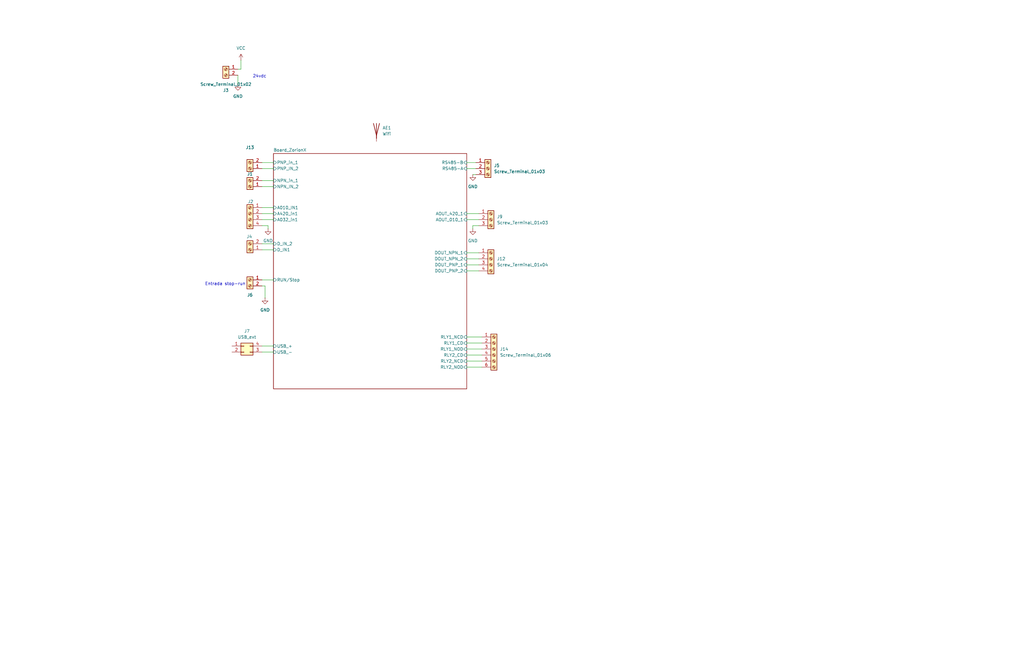
<source format=kicad_sch>
(kicad_sch
	(version 20250114)
	(generator "eeschema")
	(generator_version "9.0")
	(uuid "ae5c9891-8291-492e-8a61-8ac340267b67")
	(paper "B")
	(title_block
		(title "ZorionX-Nivara")
		(date "2025-06-13")
		(rev "1")
		(company "Electia_ITLA")
	)
	(lib_symbols
		(symbol "Connector:Screw_Terminal_01x02"
			(pin_names
				(offset 1.016)
				(hide yes)
			)
			(exclude_from_sim no)
			(in_bom yes)
			(on_board yes)
			(property "Reference" "J"
				(at 0 2.54 0)
				(effects
					(font
						(size 1.27 1.27)
					)
				)
			)
			(property "Value" "Screw_Terminal_01x02"
				(at 0 -5.08 0)
				(effects
					(font
						(size 1.27 1.27)
					)
				)
			)
			(property "Footprint" ""
				(at 0 0 0)
				(effects
					(font
						(size 1.27 1.27)
					)
					(hide yes)
				)
			)
			(property "Datasheet" "~"
				(at 0 0 0)
				(effects
					(font
						(size 1.27 1.27)
					)
					(hide yes)
				)
			)
			(property "Description" "Generic screw terminal, single row, 01x02, script generated (kicad-library-utils/schlib/autogen/connector/)"
				(at 0 0 0)
				(effects
					(font
						(size 1.27 1.27)
					)
					(hide yes)
				)
			)
			(property "ki_keywords" "screw terminal"
				(at 0 0 0)
				(effects
					(font
						(size 1.27 1.27)
					)
					(hide yes)
				)
			)
			(property "ki_fp_filters" "TerminalBlock*:*"
				(at 0 0 0)
				(effects
					(font
						(size 1.27 1.27)
					)
					(hide yes)
				)
			)
			(symbol "Screw_Terminal_01x02_1_1"
				(rectangle
					(start -1.27 1.27)
					(end 1.27 -3.81)
					(stroke
						(width 0.254)
						(type default)
					)
					(fill
						(type background)
					)
				)
				(polyline
					(pts
						(xy -0.5334 0.3302) (xy 0.3302 -0.508)
					)
					(stroke
						(width 0.1524)
						(type default)
					)
					(fill
						(type none)
					)
				)
				(polyline
					(pts
						(xy -0.5334 -2.2098) (xy 0.3302 -3.048)
					)
					(stroke
						(width 0.1524)
						(type default)
					)
					(fill
						(type none)
					)
				)
				(polyline
					(pts
						(xy -0.3556 0.508) (xy 0.508 -0.3302)
					)
					(stroke
						(width 0.1524)
						(type default)
					)
					(fill
						(type none)
					)
				)
				(polyline
					(pts
						(xy -0.3556 -2.032) (xy 0.508 -2.8702)
					)
					(stroke
						(width 0.1524)
						(type default)
					)
					(fill
						(type none)
					)
				)
				(circle
					(center 0 0)
					(radius 0.635)
					(stroke
						(width 0.1524)
						(type default)
					)
					(fill
						(type none)
					)
				)
				(circle
					(center 0 -2.54)
					(radius 0.635)
					(stroke
						(width 0.1524)
						(type default)
					)
					(fill
						(type none)
					)
				)
				(pin passive line
					(at -5.08 0 0)
					(length 3.81)
					(name "Pin_1"
						(effects
							(font
								(size 1.27 1.27)
							)
						)
					)
					(number "1"
						(effects
							(font
								(size 1.27 1.27)
							)
						)
					)
				)
				(pin passive line
					(at -5.08 -2.54 0)
					(length 3.81)
					(name "Pin_2"
						(effects
							(font
								(size 1.27 1.27)
							)
						)
					)
					(number "2"
						(effects
							(font
								(size 1.27 1.27)
							)
						)
					)
				)
			)
			(embedded_fonts no)
		)
		(symbol "Connector:Screw_Terminal_01x03"
			(pin_names
				(offset 1.016)
				(hide yes)
			)
			(exclude_from_sim no)
			(in_bom yes)
			(on_board yes)
			(property "Reference" "J"
				(at 0 5.08 0)
				(effects
					(font
						(size 1.27 1.27)
					)
				)
			)
			(property "Value" "Screw_Terminal_01x03"
				(at 0 -5.08 0)
				(effects
					(font
						(size 1.27 1.27)
					)
				)
			)
			(property "Footprint" ""
				(at 0 0 0)
				(effects
					(font
						(size 1.27 1.27)
					)
					(hide yes)
				)
			)
			(property "Datasheet" "~"
				(at 0 0 0)
				(effects
					(font
						(size 1.27 1.27)
					)
					(hide yes)
				)
			)
			(property "Description" "Generic screw terminal, single row, 01x03, script generated (kicad-library-utils/schlib/autogen/connector/)"
				(at 0 0 0)
				(effects
					(font
						(size 1.27 1.27)
					)
					(hide yes)
				)
			)
			(property "ki_keywords" "screw terminal"
				(at 0 0 0)
				(effects
					(font
						(size 1.27 1.27)
					)
					(hide yes)
				)
			)
			(property "ki_fp_filters" "TerminalBlock*:*"
				(at 0 0 0)
				(effects
					(font
						(size 1.27 1.27)
					)
					(hide yes)
				)
			)
			(symbol "Screw_Terminal_01x03_1_1"
				(rectangle
					(start -1.27 3.81)
					(end 1.27 -3.81)
					(stroke
						(width 0.254)
						(type default)
					)
					(fill
						(type background)
					)
				)
				(polyline
					(pts
						(xy -0.5334 2.8702) (xy 0.3302 2.032)
					)
					(stroke
						(width 0.1524)
						(type default)
					)
					(fill
						(type none)
					)
				)
				(polyline
					(pts
						(xy -0.5334 0.3302) (xy 0.3302 -0.508)
					)
					(stroke
						(width 0.1524)
						(type default)
					)
					(fill
						(type none)
					)
				)
				(polyline
					(pts
						(xy -0.5334 -2.2098) (xy 0.3302 -3.048)
					)
					(stroke
						(width 0.1524)
						(type default)
					)
					(fill
						(type none)
					)
				)
				(polyline
					(pts
						(xy -0.3556 3.048) (xy 0.508 2.2098)
					)
					(stroke
						(width 0.1524)
						(type default)
					)
					(fill
						(type none)
					)
				)
				(polyline
					(pts
						(xy -0.3556 0.508) (xy 0.508 -0.3302)
					)
					(stroke
						(width 0.1524)
						(type default)
					)
					(fill
						(type none)
					)
				)
				(polyline
					(pts
						(xy -0.3556 -2.032) (xy 0.508 -2.8702)
					)
					(stroke
						(width 0.1524)
						(type default)
					)
					(fill
						(type none)
					)
				)
				(circle
					(center 0 2.54)
					(radius 0.635)
					(stroke
						(width 0.1524)
						(type default)
					)
					(fill
						(type none)
					)
				)
				(circle
					(center 0 0)
					(radius 0.635)
					(stroke
						(width 0.1524)
						(type default)
					)
					(fill
						(type none)
					)
				)
				(circle
					(center 0 -2.54)
					(radius 0.635)
					(stroke
						(width 0.1524)
						(type default)
					)
					(fill
						(type none)
					)
				)
				(pin passive line
					(at -5.08 2.54 0)
					(length 3.81)
					(name "Pin_1"
						(effects
							(font
								(size 1.27 1.27)
							)
						)
					)
					(number "1"
						(effects
							(font
								(size 1.27 1.27)
							)
						)
					)
				)
				(pin passive line
					(at -5.08 0 0)
					(length 3.81)
					(name "Pin_2"
						(effects
							(font
								(size 1.27 1.27)
							)
						)
					)
					(number "2"
						(effects
							(font
								(size 1.27 1.27)
							)
						)
					)
				)
				(pin passive line
					(at -5.08 -2.54 0)
					(length 3.81)
					(name "Pin_3"
						(effects
							(font
								(size 1.27 1.27)
							)
						)
					)
					(number "3"
						(effects
							(font
								(size 1.27 1.27)
							)
						)
					)
				)
			)
			(embedded_fonts no)
		)
		(symbol "Connector:Screw_Terminal_01x04"
			(pin_names
				(offset 1.016)
				(hide yes)
			)
			(exclude_from_sim no)
			(in_bom yes)
			(on_board yes)
			(property "Reference" "J"
				(at 0 5.08 0)
				(effects
					(font
						(size 1.27 1.27)
					)
				)
			)
			(property "Value" "Screw_Terminal_01x04"
				(at 0 -7.62 0)
				(effects
					(font
						(size 1.27 1.27)
					)
				)
			)
			(property "Footprint" ""
				(at 0 0 0)
				(effects
					(font
						(size 1.27 1.27)
					)
					(hide yes)
				)
			)
			(property "Datasheet" "~"
				(at 0 0 0)
				(effects
					(font
						(size 1.27 1.27)
					)
					(hide yes)
				)
			)
			(property "Description" "Generic screw terminal, single row, 01x04, script generated (kicad-library-utils/schlib/autogen/connector/)"
				(at 0 0 0)
				(effects
					(font
						(size 1.27 1.27)
					)
					(hide yes)
				)
			)
			(property "ki_keywords" "screw terminal"
				(at 0 0 0)
				(effects
					(font
						(size 1.27 1.27)
					)
					(hide yes)
				)
			)
			(property "ki_fp_filters" "TerminalBlock*:*"
				(at 0 0 0)
				(effects
					(font
						(size 1.27 1.27)
					)
					(hide yes)
				)
			)
			(symbol "Screw_Terminal_01x04_1_1"
				(rectangle
					(start -1.27 3.81)
					(end 1.27 -6.35)
					(stroke
						(width 0.254)
						(type default)
					)
					(fill
						(type background)
					)
				)
				(polyline
					(pts
						(xy -0.5334 2.8702) (xy 0.3302 2.032)
					)
					(stroke
						(width 0.1524)
						(type default)
					)
					(fill
						(type none)
					)
				)
				(polyline
					(pts
						(xy -0.5334 0.3302) (xy 0.3302 -0.508)
					)
					(stroke
						(width 0.1524)
						(type default)
					)
					(fill
						(type none)
					)
				)
				(polyline
					(pts
						(xy -0.5334 -2.2098) (xy 0.3302 -3.048)
					)
					(stroke
						(width 0.1524)
						(type default)
					)
					(fill
						(type none)
					)
				)
				(polyline
					(pts
						(xy -0.5334 -4.7498) (xy 0.3302 -5.588)
					)
					(stroke
						(width 0.1524)
						(type default)
					)
					(fill
						(type none)
					)
				)
				(polyline
					(pts
						(xy -0.3556 3.048) (xy 0.508 2.2098)
					)
					(stroke
						(width 0.1524)
						(type default)
					)
					(fill
						(type none)
					)
				)
				(polyline
					(pts
						(xy -0.3556 0.508) (xy 0.508 -0.3302)
					)
					(stroke
						(width 0.1524)
						(type default)
					)
					(fill
						(type none)
					)
				)
				(polyline
					(pts
						(xy -0.3556 -2.032) (xy 0.508 -2.8702)
					)
					(stroke
						(width 0.1524)
						(type default)
					)
					(fill
						(type none)
					)
				)
				(polyline
					(pts
						(xy -0.3556 -4.572) (xy 0.508 -5.4102)
					)
					(stroke
						(width 0.1524)
						(type default)
					)
					(fill
						(type none)
					)
				)
				(circle
					(center 0 2.54)
					(radius 0.635)
					(stroke
						(width 0.1524)
						(type default)
					)
					(fill
						(type none)
					)
				)
				(circle
					(center 0 0)
					(radius 0.635)
					(stroke
						(width 0.1524)
						(type default)
					)
					(fill
						(type none)
					)
				)
				(circle
					(center 0 -2.54)
					(radius 0.635)
					(stroke
						(width 0.1524)
						(type default)
					)
					(fill
						(type none)
					)
				)
				(circle
					(center 0 -5.08)
					(radius 0.635)
					(stroke
						(width 0.1524)
						(type default)
					)
					(fill
						(type none)
					)
				)
				(pin passive line
					(at -5.08 2.54 0)
					(length 3.81)
					(name "Pin_1"
						(effects
							(font
								(size 1.27 1.27)
							)
						)
					)
					(number "1"
						(effects
							(font
								(size 1.27 1.27)
							)
						)
					)
				)
				(pin passive line
					(at -5.08 0 0)
					(length 3.81)
					(name "Pin_2"
						(effects
							(font
								(size 1.27 1.27)
							)
						)
					)
					(number "2"
						(effects
							(font
								(size 1.27 1.27)
							)
						)
					)
				)
				(pin passive line
					(at -5.08 -2.54 0)
					(length 3.81)
					(name "Pin_3"
						(effects
							(font
								(size 1.27 1.27)
							)
						)
					)
					(number "3"
						(effects
							(font
								(size 1.27 1.27)
							)
						)
					)
				)
				(pin passive line
					(at -5.08 -5.08 0)
					(length 3.81)
					(name "Pin_4"
						(effects
							(font
								(size 1.27 1.27)
							)
						)
					)
					(number "4"
						(effects
							(font
								(size 1.27 1.27)
							)
						)
					)
				)
			)
			(embedded_fonts no)
		)
		(symbol "Connector:Screw_Terminal_01x06"
			(pin_names
				(offset 1.016)
				(hide yes)
			)
			(exclude_from_sim no)
			(in_bom yes)
			(on_board yes)
			(property "Reference" "J"
				(at 0 7.62 0)
				(effects
					(font
						(size 1.27 1.27)
					)
				)
			)
			(property "Value" "Screw_Terminal_01x06"
				(at 0 -10.16 0)
				(effects
					(font
						(size 1.27 1.27)
					)
				)
			)
			(property "Footprint" ""
				(at 0 0 0)
				(effects
					(font
						(size 1.27 1.27)
					)
					(hide yes)
				)
			)
			(property "Datasheet" "~"
				(at 0 0 0)
				(effects
					(font
						(size 1.27 1.27)
					)
					(hide yes)
				)
			)
			(property "Description" "Generic screw terminal, single row, 01x06, script generated (kicad-library-utils/schlib/autogen/connector/)"
				(at 0 0 0)
				(effects
					(font
						(size 1.27 1.27)
					)
					(hide yes)
				)
			)
			(property "ki_keywords" "screw terminal"
				(at 0 0 0)
				(effects
					(font
						(size 1.27 1.27)
					)
					(hide yes)
				)
			)
			(property "ki_fp_filters" "TerminalBlock*:*"
				(at 0 0 0)
				(effects
					(font
						(size 1.27 1.27)
					)
					(hide yes)
				)
			)
			(symbol "Screw_Terminal_01x06_1_1"
				(rectangle
					(start -1.27 6.35)
					(end 1.27 -8.89)
					(stroke
						(width 0.254)
						(type default)
					)
					(fill
						(type background)
					)
				)
				(polyline
					(pts
						(xy -0.5334 5.4102) (xy 0.3302 4.572)
					)
					(stroke
						(width 0.1524)
						(type default)
					)
					(fill
						(type none)
					)
				)
				(polyline
					(pts
						(xy -0.5334 2.8702) (xy 0.3302 2.032)
					)
					(stroke
						(width 0.1524)
						(type default)
					)
					(fill
						(type none)
					)
				)
				(polyline
					(pts
						(xy -0.5334 0.3302) (xy 0.3302 -0.508)
					)
					(stroke
						(width 0.1524)
						(type default)
					)
					(fill
						(type none)
					)
				)
				(polyline
					(pts
						(xy -0.5334 -2.2098) (xy 0.3302 -3.048)
					)
					(stroke
						(width 0.1524)
						(type default)
					)
					(fill
						(type none)
					)
				)
				(polyline
					(pts
						(xy -0.5334 -4.7498) (xy 0.3302 -5.588)
					)
					(stroke
						(width 0.1524)
						(type default)
					)
					(fill
						(type none)
					)
				)
				(polyline
					(pts
						(xy -0.5334 -7.2898) (xy 0.3302 -8.128)
					)
					(stroke
						(width 0.1524)
						(type default)
					)
					(fill
						(type none)
					)
				)
				(polyline
					(pts
						(xy -0.3556 5.588) (xy 0.508 4.7498)
					)
					(stroke
						(width 0.1524)
						(type default)
					)
					(fill
						(type none)
					)
				)
				(polyline
					(pts
						(xy -0.3556 3.048) (xy 0.508 2.2098)
					)
					(stroke
						(width 0.1524)
						(type default)
					)
					(fill
						(type none)
					)
				)
				(polyline
					(pts
						(xy -0.3556 0.508) (xy 0.508 -0.3302)
					)
					(stroke
						(width 0.1524)
						(type default)
					)
					(fill
						(type none)
					)
				)
				(polyline
					(pts
						(xy -0.3556 -2.032) (xy 0.508 -2.8702)
					)
					(stroke
						(width 0.1524)
						(type default)
					)
					(fill
						(type none)
					)
				)
				(polyline
					(pts
						(xy -0.3556 -4.572) (xy 0.508 -5.4102)
					)
					(stroke
						(width 0.1524)
						(type default)
					)
					(fill
						(type none)
					)
				)
				(polyline
					(pts
						(xy -0.3556 -7.112) (xy 0.508 -7.9502)
					)
					(stroke
						(width 0.1524)
						(type default)
					)
					(fill
						(type none)
					)
				)
				(circle
					(center 0 5.08)
					(radius 0.635)
					(stroke
						(width 0.1524)
						(type default)
					)
					(fill
						(type none)
					)
				)
				(circle
					(center 0 2.54)
					(radius 0.635)
					(stroke
						(width 0.1524)
						(type default)
					)
					(fill
						(type none)
					)
				)
				(circle
					(center 0 0)
					(radius 0.635)
					(stroke
						(width 0.1524)
						(type default)
					)
					(fill
						(type none)
					)
				)
				(circle
					(center 0 -2.54)
					(radius 0.635)
					(stroke
						(width 0.1524)
						(type default)
					)
					(fill
						(type none)
					)
				)
				(circle
					(center 0 -5.08)
					(radius 0.635)
					(stroke
						(width 0.1524)
						(type default)
					)
					(fill
						(type none)
					)
				)
				(circle
					(center 0 -7.62)
					(radius 0.635)
					(stroke
						(width 0.1524)
						(type default)
					)
					(fill
						(type none)
					)
				)
				(pin passive line
					(at -5.08 5.08 0)
					(length 3.81)
					(name "Pin_1"
						(effects
							(font
								(size 1.27 1.27)
							)
						)
					)
					(number "1"
						(effects
							(font
								(size 1.27 1.27)
							)
						)
					)
				)
				(pin passive line
					(at -5.08 2.54 0)
					(length 3.81)
					(name "Pin_2"
						(effects
							(font
								(size 1.27 1.27)
							)
						)
					)
					(number "2"
						(effects
							(font
								(size 1.27 1.27)
							)
						)
					)
				)
				(pin passive line
					(at -5.08 0 0)
					(length 3.81)
					(name "Pin_3"
						(effects
							(font
								(size 1.27 1.27)
							)
						)
					)
					(number "3"
						(effects
							(font
								(size 1.27 1.27)
							)
						)
					)
				)
				(pin passive line
					(at -5.08 -2.54 0)
					(length 3.81)
					(name "Pin_4"
						(effects
							(font
								(size 1.27 1.27)
							)
						)
					)
					(number "4"
						(effects
							(font
								(size 1.27 1.27)
							)
						)
					)
				)
				(pin passive line
					(at -5.08 -5.08 0)
					(length 3.81)
					(name "Pin_5"
						(effects
							(font
								(size 1.27 1.27)
							)
						)
					)
					(number "5"
						(effects
							(font
								(size 1.27 1.27)
							)
						)
					)
				)
				(pin passive line
					(at -5.08 -7.62 0)
					(length 3.81)
					(name "Pin_6"
						(effects
							(font
								(size 1.27 1.27)
							)
						)
					)
					(number "6"
						(effects
							(font
								(size 1.27 1.27)
							)
						)
					)
				)
			)
			(embedded_fonts no)
		)
		(symbol "Connector_Generic:Conn_02x02_Counter_Clockwise"
			(pin_names
				(offset 1.016)
				(hide yes)
			)
			(exclude_from_sim no)
			(in_bom yes)
			(on_board yes)
			(property "Reference" "J"
				(at 1.27 2.54 0)
				(effects
					(font
						(size 1.27 1.27)
					)
				)
			)
			(property "Value" "Conn_02x02_Counter_Clockwise"
				(at 1.27 -5.08 0)
				(effects
					(font
						(size 1.27 1.27)
					)
				)
			)
			(property "Footprint" ""
				(at 0 0 0)
				(effects
					(font
						(size 1.27 1.27)
					)
					(hide yes)
				)
			)
			(property "Datasheet" "~"
				(at 0 0 0)
				(effects
					(font
						(size 1.27 1.27)
					)
					(hide yes)
				)
			)
			(property "Description" "Generic connector, double row, 02x02, counter clockwise pin numbering scheme (similar to DIP package numbering), script generated (kicad-library-utils/schlib/autogen/connector/)"
				(at 0 0 0)
				(effects
					(font
						(size 1.27 1.27)
					)
					(hide yes)
				)
			)
			(property "ki_keywords" "connector"
				(at 0 0 0)
				(effects
					(font
						(size 1.27 1.27)
					)
					(hide yes)
				)
			)
			(property "ki_fp_filters" "Connector*:*_2x??_*"
				(at 0 0 0)
				(effects
					(font
						(size 1.27 1.27)
					)
					(hide yes)
				)
			)
			(symbol "Conn_02x02_Counter_Clockwise_1_1"
				(rectangle
					(start -1.27 1.27)
					(end 3.81 -3.81)
					(stroke
						(width 0.254)
						(type default)
					)
					(fill
						(type background)
					)
				)
				(rectangle
					(start -1.27 0.127)
					(end 0 -0.127)
					(stroke
						(width 0.1524)
						(type default)
					)
					(fill
						(type none)
					)
				)
				(rectangle
					(start -1.27 -2.413)
					(end 0 -2.667)
					(stroke
						(width 0.1524)
						(type default)
					)
					(fill
						(type none)
					)
				)
				(rectangle
					(start 3.81 0.127)
					(end 2.54 -0.127)
					(stroke
						(width 0.1524)
						(type default)
					)
					(fill
						(type none)
					)
				)
				(rectangle
					(start 3.81 -2.413)
					(end 2.54 -2.667)
					(stroke
						(width 0.1524)
						(type default)
					)
					(fill
						(type none)
					)
				)
				(pin passive line
					(at -5.08 0 0)
					(length 3.81)
					(name "Pin_1"
						(effects
							(font
								(size 1.27 1.27)
							)
						)
					)
					(number "1"
						(effects
							(font
								(size 1.27 1.27)
							)
						)
					)
				)
				(pin passive line
					(at -5.08 -2.54 0)
					(length 3.81)
					(name "Pin_2"
						(effects
							(font
								(size 1.27 1.27)
							)
						)
					)
					(number "2"
						(effects
							(font
								(size 1.27 1.27)
							)
						)
					)
				)
				(pin passive line
					(at 7.62 0 180)
					(length 3.81)
					(name "Pin_4"
						(effects
							(font
								(size 1.27 1.27)
							)
						)
					)
					(number "4"
						(effects
							(font
								(size 1.27 1.27)
							)
						)
					)
				)
				(pin passive line
					(at 7.62 -2.54 180)
					(length 3.81)
					(name "Pin_3"
						(effects
							(font
								(size 1.27 1.27)
							)
						)
					)
					(number "3"
						(effects
							(font
								(size 1.27 1.27)
							)
						)
					)
				)
			)
			(embedded_fonts no)
		)
		(symbol "Device:Antenna"
			(pin_numbers
				(hide yes)
			)
			(pin_names
				(offset 1.016)
				(hide yes)
			)
			(exclude_from_sim no)
			(in_bom yes)
			(on_board yes)
			(property "Reference" "AE"
				(at -1.905 1.905 0)
				(effects
					(font
						(size 1.27 1.27)
					)
					(justify right)
				)
			)
			(property "Value" "Antenna"
				(at -1.905 0 0)
				(effects
					(font
						(size 1.27 1.27)
					)
					(justify right)
				)
			)
			(property "Footprint" ""
				(at 0 0 0)
				(effects
					(font
						(size 1.27 1.27)
					)
					(hide yes)
				)
			)
			(property "Datasheet" "~"
				(at 0 0 0)
				(effects
					(font
						(size 1.27 1.27)
					)
					(hide yes)
				)
			)
			(property "Description" "Antenna"
				(at 0 0 0)
				(effects
					(font
						(size 1.27 1.27)
					)
					(hide yes)
				)
			)
			(property "ki_keywords" "antenna"
				(at 0 0 0)
				(effects
					(font
						(size 1.27 1.27)
					)
					(hide yes)
				)
			)
			(symbol "Antenna_0_1"
				(polyline
					(pts
						(xy 0 2.54) (xy 0 -3.81)
					)
					(stroke
						(width 0.254)
						(type default)
					)
					(fill
						(type none)
					)
				)
				(polyline
					(pts
						(xy 1.27 2.54) (xy 0 -2.54) (xy -1.27 2.54)
					)
					(stroke
						(width 0.254)
						(type default)
					)
					(fill
						(type none)
					)
				)
			)
			(symbol "Antenna_1_1"
				(pin input line
					(at 0 -5.08 90)
					(length 2.54)
					(name "A"
						(effects
							(font
								(size 1.27 1.27)
							)
						)
					)
					(number "1"
						(effects
							(font
								(size 1.27 1.27)
							)
						)
					)
				)
			)
			(embedded_fonts no)
		)
		(symbol "power:GND"
			(power)
			(pin_numbers
				(hide yes)
			)
			(pin_names
				(offset 0)
				(hide yes)
			)
			(exclude_from_sim no)
			(in_bom yes)
			(on_board yes)
			(property "Reference" "#PWR"
				(at 0 -6.35 0)
				(effects
					(font
						(size 1.27 1.27)
					)
					(hide yes)
				)
			)
			(property "Value" "GND"
				(at 0 -3.81 0)
				(effects
					(font
						(size 1.27 1.27)
					)
				)
			)
			(property "Footprint" ""
				(at 0 0 0)
				(effects
					(font
						(size 1.27 1.27)
					)
					(hide yes)
				)
			)
			(property "Datasheet" ""
				(at 0 0 0)
				(effects
					(font
						(size 1.27 1.27)
					)
					(hide yes)
				)
			)
			(property "Description" "Power symbol creates a global label with name \"GND\" , ground"
				(at 0 0 0)
				(effects
					(font
						(size 1.27 1.27)
					)
					(hide yes)
				)
			)
			(property "ki_keywords" "global power"
				(at 0 0 0)
				(effects
					(font
						(size 1.27 1.27)
					)
					(hide yes)
				)
			)
			(symbol "GND_0_1"
				(polyline
					(pts
						(xy 0 0) (xy 0 -1.27) (xy 1.27 -1.27) (xy 0 -2.54) (xy -1.27 -1.27) (xy 0 -1.27)
					)
					(stroke
						(width 0)
						(type default)
					)
					(fill
						(type none)
					)
				)
			)
			(symbol "GND_1_1"
				(pin power_in line
					(at 0 0 270)
					(length 0)
					(name "~"
						(effects
							(font
								(size 1.27 1.27)
							)
						)
					)
					(number "1"
						(effects
							(font
								(size 1.27 1.27)
							)
						)
					)
				)
			)
			(embedded_fonts no)
		)
		(symbol "power:VCC"
			(power)
			(pin_numbers
				(hide yes)
			)
			(pin_names
				(offset 0)
				(hide yes)
			)
			(exclude_from_sim no)
			(in_bom yes)
			(on_board yes)
			(property "Reference" "#PWR"
				(at 0 -3.81 0)
				(effects
					(font
						(size 1.27 1.27)
					)
					(hide yes)
				)
			)
			(property "Value" "VCC"
				(at 0 3.556 0)
				(effects
					(font
						(size 1.27 1.27)
					)
				)
			)
			(property "Footprint" ""
				(at 0 0 0)
				(effects
					(font
						(size 1.27 1.27)
					)
					(hide yes)
				)
			)
			(property "Datasheet" ""
				(at 0 0 0)
				(effects
					(font
						(size 1.27 1.27)
					)
					(hide yes)
				)
			)
			(property "Description" "Power symbol creates a global label with name \"VCC\""
				(at 0 0 0)
				(effects
					(font
						(size 1.27 1.27)
					)
					(hide yes)
				)
			)
			(property "ki_keywords" "global power"
				(at 0 0 0)
				(effects
					(font
						(size 1.27 1.27)
					)
					(hide yes)
				)
			)
			(symbol "VCC_0_1"
				(polyline
					(pts
						(xy -0.762 1.27) (xy 0 2.54)
					)
					(stroke
						(width 0)
						(type default)
					)
					(fill
						(type none)
					)
				)
				(polyline
					(pts
						(xy 0 2.54) (xy 0.762 1.27)
					)
					(stroke
						(width 0)
						(type default)
					)
					(fill
						(type none)
					)
				)
				(polyline
					(pts
						(xy 0 0) (xy 0 2.54)
					)
					(stroke
						(width 0)
						(type default)
					)
					(fill
						(type none)
					)
				)
			)
			(symbol "VCC_1_1"
				(pin power_in line
					(at 0 0 90)
					(length 0)
					(name "~"
						(effects
							(font
								(size 1.27 1.27)
							)
						)
					)
					(number "1"
						(effects
							(font
								(size 1.27 1.27)
							)
						)
					)
				)
			)
			(embedded_fonts no)
		)
	)
	(text "24vdc\n"
		(exclude_from_sim no)
		(at 109.474 32.258 0)
		(effects
			(font
				(size 1.27 1.27)
			)
		)
		(uuid "2088c1ae-8c4d-4ba6-933b-36c6e19217b7")
	)
	(text "Entrada stop-run\n"
		(exclude_from_sim no)
		(at 94.996 119.888 0)
		(effects
			(font
				(size 1.27 1.27)
			)
		)
		(uuid "5ab52a43-346e-40de-901a-a8b5311e195f")
	)
	(wire
		(pts
			(xy 196.85 90.17) (xy 201.93 90.17)
		)
		(stroke
			(width 0)
			(type default)
		)
		(uuid "01bf0913-4a71-4e2f-beea-8391bf618c39")
	)
	(wire
		(pts
			(xy 110.49 90.17) (xy 115.316 90.17)
		)
		(stroke
			(width 0)
			(type default)
		)
		(uuid "032b4360-e8aa-40d0-be9b-aad4bdb48f11")
	)
	(wire
		(pts
			(xy 101.6 29.21) (xy 101.6 25.4)
		)
		(stroke
			(width 0)
			(type default)
		)
		(uuid "13d58855-8267-4cc6-8a15-c2a189bc38ac")
	)
	(wire
		(pts
			(xy 196.85 144.78) (xy 203.2 144.78)
		)
		(stroke
			(width 0)
			(type default)
		)
		(uuid "1ececeb9-24a4-4256-8e43-464ed05e626a")
	)
	(wire
		(pts
			(xy 111.76 125.73) (xy 111.76 120.65)
		)
		(stroke
			(width 0)
			(type default)
		)
		(uuid "2337a1c1-da75-4fe5-903c-fb4be7340cb2")
	)
	(wire
		(pts
			(xy 199.39 95.25) (xy 199.39 96.52)
		)
		(stroke
			(width 0)
			(type default)
		)
		(uuid "2c4a722b-34b8-4209-9ad4-a69fac0e3b90")
	)
	(wire
		(pts
			(xy 110.49 105.41) (xy 115.316 105.41)
		)
		(stroke
			(width 0)
			(type default)
		)
		(uuid "34d4a46e-9dae-42ce-8f20-7d8a444ade42")
	)
	(wire
		(pts
			(xy 196.85 149.86) (xy 203.2 149.86)
		)
		(stroke
			(width 0)
			(type default)
		)
		(uuid "38a4c630-af97-41d4-858a-b45af59af1b3")
	)
	(wire
		(pts
			(xy 111.76 120.65) (xy 110.49 120.65)
		)
		(stroke
			(width 0)
			(type default)
		)
		(uuid "3f587437-ba57-48ab-b45e-53bc416ac7db")
	)
	(wire
		(pts
			(xy 110.49 148.59) (xy 115.316 148.59)
		)
		(stroke
			(width 0)
			(type default)
		)
		(uuid "45f9a1c4-13cb-41b0-908d-e243199b6567")
	)
	(wire
		(pts
			(xy 196.85 142.24) (xy 203.2 142.24)
		)
		(stroke
			(width 0)
			(type default)
		)
		(uuid "4e278f62-8fa5-49cb-86b5-319f0c20df80")
	)
	(wire
		(pts
			(xy 110.49 102.87) (xy 115.316 102.87)
		)
		(stroke
			(width 0)
			(type default)
		)
		(uuid "54026c87-60e4-4000-a3b9-7e4b915dbead")
	)
	(wire
		(pts
			(xy 196.85 152.4) (xy 203.2 152.4)
		)
		(stroke
			(width 0)
			(type default)
		)
		(uuid "559c4693-00f4-47f7-855e-7771fab2bac4")
	)
	(wire
		(pts
			(xy 196.85 109.22) (xy 201.93 109.22)
		)
		(stroke
			(width 0)
			(type default)
		)
		(uuid "563d4a0e-bbc8-4668-ae81-810be871abd3")
	)
	(wire
		(pts
			(xy 110.49 118.11) (xy 115.316 118.11)
		)
		(stroke
			(width 0)
			(type default)
		)
		(uuid "5dbb0bd6-eb0d-465c-94ed-46a11b70a987")
	)
	(wire
		(pts
			(xy 196.85 106.68) (xy 201.93 106.68)
		)
		(stroke
			(width 0)
			(type default)
		)
		(uuid "66edd36b-1a8b-45b0-8f56-5ca239afa63a")
	)
	(wire
		(pts
			(xy 100.33 31.75) (xy 100.33 35.56)
		)
		(stroke
			(width 0)
			(type default)
		)
		(uuid "7ba398c3-8d86-4c04-8a48-79d334d1a9dc")
	)
	(wire
		(pts
			(xy 113.03 95.25) (xy 113.03 96.52)
		)
		(stroke
			(width 0)
			(type default)
		)
		(uuid "7c5c9068-c92f-4573-b4a1-e718b75e4f51")
	)
	(wire
		(pts
			(xy 196.85 68.58) (xy 200.66 68.58)
		)
		(stroke
			(width 0)
			(type default)
		)
		(uuid "7f96568e-b073-41bd-bc85-75f50a75bfd1")
	)
	(wire
		(pts
			(xy 196.85 71.12) (xy 200.66 71.12)
		)
		(stroke
			(width 0)
			(type default)
		)
		(uuid "81491998-ce41-4a4e-bef7-c1f83bc147d5")
	)
	(wire
		(pts
			(xy 110.49 76.2) (xy 115.316 76.2)
		)
		(stroke
			(width 0)
			(type default)
		)
		(uuid "83ccdcb5-1e40-469f-a684-3188c1c76fbc")
	)
	(wire
		(pts
			(xy 110.49 78.74) (xy 115.316 78.74)
		)
		(stroke
			(width 0)
			(type default)
		)
		(uuid "84a1e679-64d2-4e29-a1ff-e0ceadd143a7")
	)
	(wire
		(pts
			(xy 110.49 95.25) (xy 113.03 95.25)
		)
		(stroke
			(width 0)
			(type default)
		)
		(uuid "862acecf-5127-4e0e-9e6c-eee7fc9cb8f0")
	)
	(wire
		(pts
			(xy 196.85 92.71) (xy 201.93 92.71)
		)
		(stroke
			(width 0)
			(type default)
		)
		(uuid "9f7eaed4-2b87-4459-992d-e274932424c1")
	)
	(wire
		(pts
			(xy 196.85 147.32) (xy 203.2 147.32)
		)
		(stroke
			(width 0)
			(type default)
		)
		(uuid "a6d4fcda-9e9d-4499-ac40-9bb5bd757e3e")
	)
	(wire
		(pts
			(xy 196.85 114.3) (xy 201.93 114.3)
		)
		(stroke
			(width 0)
			(type default)
		)
		(uuid "a8312f46-993b-42a4-95ff-e3387268fc20")
	)
	(wire
		(pts
			(xy 110.49 71.12) (xy 115.316 71.12)
		)
		(stroke
			(width 0)
			(type default)
		)
		(uuid "a95f1765-eb62-4c92-a390-7478b6853ab3")
	)
	(wire
		(pts
			(xy 196.85 154.94) (xy 203.2 154.94)
		)
		(stroke
			(width 0)
			(type default)
		)
		(uuid "b2f09053-a2cb-4a9b-9164-23db07fc24b1")
	)
	(wire
		(pts
			(xy 201.93 95.25) (xy 199.39 95.25)
		)
		(stroke
			(width 0)
			(type default)
		)
		(uuid "c0c51967-95fe-43bb-8e59-b18b0404820a")
	)
	(wire
		(pts
			(xy 110.49 92.71) (xy 115.316 92.71)
		)
		(stroke
			(width 0)
			(type default)
		)
		(uuid "c62a1409-469e-4ada-888c-7d5222b2616f")
	)
	(wire
		(pts
			(xy 100.33 29.21) (xy 101.6 29.21)
		)
		(stroke
			(width 0)
			(type default)
		)
		(uuid "c8a3293b-3270-40c9-a8c4-f253c258639b")
	)
	(wire
		(pts
			(xy 196.85 111.76) (xy 201.93 111.76)
		)
		(stroke
			(width 0)
			(type default)
		)
		(uuid "d3e55efa-a2d1-483d-8e1a-8505b92fa71e")
	)
	(wire
		(pts
			(xy 110.49 146.05) (xy 115.316 146.05)
		)
		(stroke
			(width 0)
			(type default)
		)
		(uuid "e2e305a9-41b5-44ff-a3f3-2d0205801cfb")
	)
	(wire
		(pts
			(xy 110.49 87.63) (xy 115.316 87.63)
		)
		(stroke
			(width 0)
			(type default)
		)
		(uuid "f459c9ec-d2b2-4e2f-be03-6e1337b98f13")
	)
	(wire
		(pts
			(xy 199.39 73.66) (xy 200.66 73.66)
		)
		(stroke
			(width 0)
			(type default)
		)
		(uuid "f8bb8b91-7366-4b69-bef2-558c137eda1e")
	)
	(wire
		(pts
			(xy 110.49 68.58) (xy 115.316 68.58)
		)
		(stroke
			(width 0)
			(type default)
		)
		(uuid "fd6573ec-2d1a-48af-9973-f6ee79567195")
	)
	(symbol
		(lib_id "power:VCC")
		(at 101.6 25.4 0)
		(unit 1)
		(exclude_from_sim no)
		(in_bom yes)
		(on_board yes)
		(dnp no)
		(fields_autoplaced yes)
		(uuid "0253e84d-3c19-4f54-9e29-0bfb7572fc25")
		(property "Reference" "#PWR02"
			(at 101.6 29.21 0)
			(effects
				(font
					(size 1.27 1.27)
				)
				(hide yes)
			)
		)
		(property "Value" "VCC"
			(at 101.6 20.32 0)
			(effects
				(font
					(size 1.27 1.27)
				)
			)
		)
		(property "Footprint" ""
			(at 101.6 25.4 0)
			(effects
				(font
					(size 1.27 1.27)
				)
				(hide yes)
			)
		)
		(property "Datasheet" ""
			(at 101.6 25.4 0)
			(effects
				(font
					(size 1.27 1.27)
				)
				(hide yes)
			)
		)
		(property "Description" "Power symbol creates a global label with name \"VCC\""
			(at 101.6 25.4 0)
			(effects
				(font
					(size 1.27 1.27)
				)
				(hide yes)
			)
		)
		(pin "1"
			(uuid "4a65ce84-0a77-4dc9-a398-bbecd504452b")
		)
		(instances
			(project "ZorionX-Nivara"
				(path "/ae5c9891-8291-492e-8a61-8ac340267b67"
					(reference "#PWR02")
					(unit 1)
				)
			)
		)
	)
	(symbol
		(lib_id "Connector:Screw_Terminal_01x02")
		(at 105.41 105.41 180)
		(unit 1)
		(exclude_from_sim no)
		(in_bom yes)
		(on_board yes)
		(dnp no)
		(uuid "0d2f2358-1545-4c94-ab00-3df032b288ba")
		(property "Reference" "J4"
			(at 105.156 99.822 0)
			(effects
				(font
					(size 1.27 1.27)
				)
			)
		)
		(property "Value" "Screw_Terminal_01x02"
			(at 105.41 99.06 0)
			(effects
				(font
					(size 1.27 1.27)
				)
				(hide yes)
			)
		)
		(property "Footprint" "TerminalBlock_Phoenix:TerminalBlock_Phoenix_PT-1,5-2-5.0-H_1x02_P5.00mm_Horizontal"
			(at 105.41 105.41 0)
			(effects
				(font
					(size 1.27 1.27)
				)
				(hide yes)
			)
		)
		(property "Datasheet" "~"
			(at 105.41 105.41 0)
			(effects
				(font
					(size 1.27 1.27)
				)
				(hide yes)
			)
		)
		(property "Description" "Generic screw terminal, single row, 01x02, script generated (kicad-library-utils/schlib/autogen/connector/)"
			(at 105.41 105.41 0)
			(effects
				(font
					(size 1.27 1.27)
				)
				(hide yes)
			)
		)
		(pin "1"
			(uuid "f6a9d6e4-1fc6-4d89-80f5-f2d3c076b4ca")
		)
		(pin "2"
			(uuid "9299f9b2-5cb1-4d47-bc00-4db96f6d53e0")
		)
		(instances
			(project "ZorionX-Nivara"
				(path "/ae5c9891-8291-492e-8a61-8ac340267b67"
					(reference "J4")
					(unit 1)
				)
			)
		)
	)
	(symbol
		(lib_id "Connector:Screw_Terminal_01x02")
		(at 105.41 71.12 180)
		(unit 1)
		(exclude_from_sim no)
		(in_bom yes)
		(on_board yes)
		(dnp no)
		(fields_autoplaced yes)
		(uuid "0e9d8ce5-c0c1-475f-97dc-fd6dcd8a86fe")
		(property "Reference" "J13"
			(at 105.41 62.23 0)
			(effects
				(font
					(size 1.27 1.27)
				)
			)
		)
		(property "Value" "Screw_Terminal_01x02"
			(at 105.41 64.77 0)
			(effects
				(font
					(size 1.27 1.27)
				)
				(hide yes)
			)
		)
		(property "Footprint" "TerminalBlock_Phoenix:TerminalBlock_Phoenix_PT-1,5-2-5.0-H_1x02_P5.00mm_Horizontal"
			(at 105.41 71.12 0)
			(effects
				(font
					(size 1.27 1.27)
				)
				(hide yes)
			)
		)
		(property "Datasheet" "~"
			(at 105.41 71.12 0)
			(effects
				(font
					(size 1.27 1.27)
				)
				(hide yes)
			)
		)
		(property "Description" "Generic screw terminal, single row, 01x02, script generated (kicad-library-utils/schlib/autogen/connector/)"
			(at 105.41 71.12 0)
			(effects
				(font
					(size 1.27 1.27)
				)
				(hide yes)
			)
		)
		(pin "1"
			(uuid "06e5fbcc-6492-48e0-ab84-30bd0d109064")
		)
		(pin "2"
			(uuid "7770593f-3278-4d19-898e-b95100259fde")
		)
		(instances
			(project "ZorionX-Nivara"
				(path "/ae5c9891-8291-492e-8a61-8ac340267b67"
					(reference "J13")
					(unit 1)
				)
			)
		)
	)
	(symbol
		(lib_id "Connector:Screw_Terminal_01x02")
		(at 105.41 78.74 180)
		(unit 1)
		(exclude_from_sim no)
		(in_bom yes)
		(on_board yes)
		(dnp no)
		(uuid "33afe8b6-af84-4b06-bfd3-75ef87f0dfbe")
		(property "Reference" "J1"
			(at 105.41 73.406 0)
			(effects
				(font
					(size 1.27 1.27)
				)
			)
		)
		(property "Value" "Screw_Terminal_01x02"
			(at 105.41 72.39 0)
			(effects
				(font
					(size 1.27 1.27)
				)
				(hide yes)
			)
		)
		(property "Footprint" "TerminalBlock_Phoenix:TerminalBlock_Phoenix_PT-1,5-2-5.0-H_1x02_P5.00mm_Horizontal"
			(at 105.41 78.74 0)
			(effects
				(font
					(size 1.27 1.27)
				)
				(hide yes)
			)
		)
		(property "Datasheet" "~"
			(at 105.41 78.74 0)
			(effects
				(font
					(size 1.27 1.27)
				)
				(hide yes)
			)
		)
		(property "Description" "Generic screw terminal, single row, 01x02, script generated (kicad-library-utils/schlib/autogen/connector/)"
			(at 105.41 78.74 0)
			(effects
				(font
					(size 1.27 1.27)
				)
				(hide yes)
			)
		)
		(pin "1"
			(uuid "aa187db4-80bd-4c17-a5c9-3ff36018db3c")
		)
		(pin "2"
			(uuid "48833ed0-b324-47cd-85ff-d8536c253f65")
		)
		(instances
			(project "ZorionX-Nivara"
				(path "/ae5c9891-8291-492e-8a61-8ac340267b67"
					(reference "J1")
					(unit 1)
				)
			)
		)
	)
	(symbol
		(lib_id "Connector:Screw_Terminal_01x04")
		(at 105.41 90.17 0)
		(mirror y)
		(unit 1)
		(exclude_from_sim no)
		(in_bom yes)
		(on_board yes)
		(dnp no)
		(uuid "49c12e93-1197-46d1-b905-c6766c1c12e2")
		(property "Reference" "J2"
			(at 105.664 85.09 0)
			(effects
				(font
					(size 1.27 1.27)
				)
			)
		)
		(property "Value" "Screw_Terminal_01x04"
			(at 105.41 99.06 0)
			(effects
				(font
					(size 1.27 1.27)
				)
				(hide yes)
			)
		)
		(property "Footprint" "TerminalBlock_Phoenix:TerminalBlock_Phoenix_PT-1,5-4-5.0-H_1x04_P5.00mm_Horizontal"
			(at 105.41 90.17 0)
			(effects
				(font
					(size 1.27 1.27)
				)
				(hide yes)
			)
		)
		(property "Datasheet" "~"
			(at 105.41 90.17 0)
			(effects
				(font
					(size 1.27 1.27)
				)
				(hide yes)
			)
		)
		(property "Description" "Generic screw terminal, single row, 01x04, script generated (kicad-library-utils/schlib/autogen/connector/)"
			(at 105.41 90.17 0)
			(effects
				(font
					(size 1.27 1.27)
				)
				(hide yes)
			)
		)
		(pin "2"
			(uuid "dddce41e-bebe-4aa3-9af7-964e90f93a20")
		)
		(pin "3"
			(uuid "a60092e3-082d-49c3-84ac-28a237b62462")
		)
		(pin "1"
			(uuid "74569308-f743-4e09-b988-8c8d13018676")
		)
		(pin "4"
			(uuid "0d3f4e76-85f7-4d21-b056-c88868951644")
		)
		(instances
			(project "ZorionX-Nivara"
				(path "/ae5c9891-8291-492e-8a61-8ac340267b67"
					(reference "J2")
					(unit 1)
				)
			)
		)
	)
	(symbol
		(lib_id "power:GND")
		(at 199.39 96.52 0)
		(unit 1)
		(exclude_from_sim no)
		(in_bom yes)
		(on_board yes)
		(dnp no)
		(fields_autoplaced yes)
		(uuid "54969064-70fd-4ffd-998a-f5fdda88b2b7")
		(property "Reference" "#PWR07"
			(at 199.39 102.87 0)
			(effects
				(font
					(size 1.27 1.27)
				)
				(hide yes)
			)
		)
		(property "Value" "GND"
			(at 199.39 101.6 0)
			(effects
				(font
					(size 1.27 1.27)
				)
			)
		)
		(property "Footprint" ""
			(at 199.39 96.52 0)
			(effects
				(font
					(size 1.27 1.27)
				)
				(hide yes)
			)
		)
		(property "Datasheet" ""
			(at 199.39 96.52 0)
			(effects
				(font
					(size 1.27 1.27)
				)
				(hide yes)
			)
		)
		(property "Description" "Power symbol creates a global label with name \"GND\" , ground"
			(at 199.39 96.52 0)
			(effects
				(font
					(size 1.27 1.27)
				)
				(hide yes)
			)
		)
		(pin "1"
			(uuid "e4be6a3e-80b5-4dda-85bc-a1ed9f4b6830")
		)
		(instances
			(project "ZorionX-Nivara"
				(path "/ae5c9891-8291-492e-8a61-8ac340267b67"
					(reference "#PWR07")
					(unit 1)
				)
			)
		)
	)
	(symbol
		(lib_id "power:GND")
		(at 100.33 35.56 0)
		(unit 1)
		(exclude_from_sim no)
		(in_bom yes)
		(on_board yes)
		(dnp no)
		(fields_autoplaced yes)
		(uuid "6b736332-f1e6-44a4-bab3-bcf557f63888")
		(property "Reference" "#PWR01"
			(at 100.33 41.91 0)
			(effects
				(font
					(size 1.27 1.27)
				)
				(hide yes)
			)
		)
		(property "Value" "GND"
			(at 100.33 40.64 0)
			(effects
				(font
					(size 1.27 1.27)
				)
			)
		)
		(property "Footprint" ""
			(at 100.33 35.56 0)
			(effects
				(font
					(size 1.27 1.27)
				)
				(hide yes)
			)
		)
		(property "Datasheet" ""
			(at 100.33 35.56 0)
			(effects
				(font
					(size 1.27 1.27)
				)
				(hide yes)
			)
		)
		(property "Description" "Power symbol creates a global label with name \"GND\" , ground"
			(at 100.33 35.56 0)
			(effects
				(font
					(size 1.27 1.27)
				)
				(hide yes)
			)
		)
		(pin "1"
			(uuid "74ec0910-ba3b-4581-b624-9274ba8e4ba0")
		)
		(instances
			(project "ZorionX-Nivara"
				(path "/ae5c9891-8291-492e-8a61-8ac340267b67"
					(reference "#PWR01")
					(unit 1)
				)
			)
		)
	)
	(symbol
		(lib_id "Device:Antenna")
		(at 158.75 54.61 0)
		(unit 1)
		(exclude_from_sim no)
		(in_bom yes)
		(on_board no)
		(dnp no)
		(fields_autoplaced yes)
		(uuid "6bede650-0f93-4304-9559-4ecb3fb480f2")
		(property "Reference" "AE1"
			(at 161.29 53.9749 0)
			(effects
				(font
					(size 1.27 1.27)
				)
				(justify left)
			)
		)
		(property "Value" "Wifi"
			(at 161.29 56.5149 0)
			(effects
				(font
					(size 1.27 1.27)
				)
				(justify left)
			)
		)
		(property "Footprint" ""
			(at 158.75 54.61 0)
			(effects
				(font
					(size 1.27 1.27)
				)
				(hide yes)
			)
		)
		(property "Datasheet" "~"
			(at 158.75 54.61 0)
			(effects
				(font
					(size 1.27 1.27)
				)
				(hide yes)
			)
		)
		(property "Description" "Antenna"
			(at 158.75 54.61 0)
			(effects
				(font
					(size 1.27 1.27)
				)
				(hide yes)
			)
		)
		(pin "1"
			(uuid "f9889226-c151-42e5-8d7e-a116811a7740")
		)
		(instances
			(project "ZorionX-Nivara"
				(path "/ae5c9891-8291-492e-8a61-8ac340267b67"
					(reference "AE1")
					(unit 1)
				)
			)
		)
	)
	(symbol
		(lib_id "Connector_Generic:Conn_02x02_Counter_Clockwise")
		(at 102.87 146.05 0)
		(unit 1)
		(exclude_from_sim no)
		(in_bom yes)
		(on_board yes)
		(dnp no)
		(fields_autoplaced yes)
		(uuid "895115b4-3aef-47e8-87b9-0b44747b3f91")
		(property "Reference" "J7"
			(at 104.14 139.7 0)
			(effects
				(font
					(size 1.27 1.27)
				)
			)
		)
		(property "Value" "USB_ext"
			(at 104.14 142.24 0)
			(effects
				(font
					(size 1.27 1.27)
				)
			)
		)
		(property "Footprint" "Connector_PinSocket_2.54mm:PinSocket_2x02_P2.54mm_Horizontal"
			(at 102.87 146.05 0)
			(effects
				(font
					(size 1.27 1.27)
				)
				(hide yes)
			)
		)
		(property "Datasheet" "~"
			(at 102.87 146.05 0)
			(effects
				(font
					(size 1.27 1.27)
				)
				(hide yes)
			)
		)
		(property "Description" "Generic connector, double row, 02x02, counter clockwise pin numbering scheme (similar to DIP package numbering), script generated (kicad-library-utils/schlib/autogen/connector/)"
			(at 102.87 146.05 0)
			(effects
				(font
					(size 1.27 1.27)
				)
				(hide yes)
			)
		)
		(pin "1"
			(uuid "56eef67f-8199-4b18-81ed-94484d42ed58")
		)
		(pin "2"
			(uuid "3697e3c6-7230-4f29-8e66-28fb92f98409")
		)
		(pin "3"
			(uuid "722de301-fa21-4bf1-a956-5f2fd8f04f4b")
		)
		(pin "4"
			(uuid "c2c7213e-8d0e-42c3-933b-71e04c16cfac")
		)
		(instances
			(project ""
				(path "/ae5c9891-8291-492e-8a61-8ac340267b67"
					(reference "J7")
					(unit 1)
				)
			)
		)
	)
	(symbol
		(lib_id "power:GND")
		(at 199.39 73.66 0)
		(unit 1)
		(exclude_from_sim no)
		(in_bom yes)
		(on_board yes)
		(dnp no)
		(fields_autoplaced yes)
		(uuid "8f0c37fd-0c8c-4fcb-a37d-4b8165a6f76e")
		(property "Reference" "#PWR04"
			(at 199.39 80.01 0)
			(effects
				(font
					(size 1.27 1.27)
				)
				(hide yes)
			)
		)
		(property "Value" "GND"
			(at 199.39 78.74 0)
			(effects
				(font
					(size 1.27 1.27)
				)
			)
		)
		(property "Footprint" ""
			(at 199.39 73.66 0)
			(effects
				(font
					(size 1.27 1.27)
				)
				(hide yes)
			)
		)
		(property "Datasheet" ""
			(at 199.39 73.66 0)
			(effects
				(font
					(size 1.27 1.27)
				)
				(hide yes)
			)
		)
		(property "Description" "Power symbol creates a global label with name \"GND\" , ground"
			(at 199.39 73.66 0)
			(effects
				(font
					(size 1.27 1.27)
				)
				(hide yes)
			)
		)
		(pin "1"
			(uuid "039f92de-1914-4ee4-8d34-6a4c217eda14")
		)
		(instances
			(project "ZorionX-Nivara"
				(path "/ae5c9891-8291-492e-8a61-8ac340267b67"
					(reference "#PWR04")
					(unit 1)
				)
			)
		)
	)
	(symbol
		(lib_id "Connector:Screw_Terminal_01x02")
		(at 105.41 118.11 0)
		(mirror y)
		(unit 1)
		(exclude_from_sim no)
		(in_bom yes)
		(on_board yes)
		(dnp no)
		(uuid "9ff505cb-0e2b-429a-babf-3e8ccec926a7")
		(property "Reference" "J6"
			(at 105.41 124.46 0)
			(effects
				(font
					(size 1.27 1.27)
				)
			)
		)
		(property "Value" "Screw_Terminal_01x02"
			(at 105.41 124.46 0)
			(effects
				(font
					(size 1.27 1.27)
				)
				(hide yes)
			)
		)
		(property "Footprint" "TerminalBlock_Phoenix:TerminalBlock_Phoenix_PT-1,5-2-5.0-H_1x02_P5.00mm_Horizontal"
			(at 105.41 118.11 0)
			(effects
				(font
					(size 1.27 1.27)
				)
				(hide yes)
			)
		)
		(property "Datasheet" "~"
			(at 105.41 118.11 0)
			(effects
				(font
					(size 1.27 1.27)
				)
				(hide yes)
			)
		)
		(property "Description" "Generic screw terminal, single row, 01x02, script generated (kicad-library-utils/schlib/autogen/connector/)"
			(at 105.41 118.11 0)
			(effects
				(font
					(size 1.27 1.27)
				)
				(hide yes)
			)
		)
		(pin "1"
			(uuid "3671904b-33be-4586-abee-5f819910dd10")
		)
		(pin "2"
			(uuid "ef4c98a0-6afd-4ad1-905d-46596bbd4381")
		)
		(instances
			(project "ZorionX-Nivara"
				(path "/ae5c9891-8291-492e-8a61-8ac340267b67"
					(reference "J6")
					(unit 1)
				)
			)
		)
	)
	(symbol
		(lib_id "Connector:Screw_Terminal_01x02")
		(at 95.25 29.21 0)
		(mirror y)
		(unit 1)
		(exclude_from_sim no)
		(in_bom yes)
		(on_board yes)
		(dnp no)
		(uuid "aa835318-bd71-42d4-9e10-e700a57da835")
		(property "Reference" "J3"
			(at 95.25 38.1 0)
			(effects
				(font
					(size 1.27 1.27)
				)
			)
		)
		(property "Value" "Screw_Terminal_01x02"
			(at 95.25 35.56 0)
			(effects
				(font
					(size 1.27 1.27)
				)
			)
		)
		(property "Footprint" "TerminalBlock_Phoenix:TerminalBlock_Phoenix_PT-1,5-2-5.0-H_1x02_P5.00mm_Horizontal"
			(at 95.25 29.21 0)
			(effects
				(font
					(size 1.27 1.27)
				)
				(hide yes)
			)
		)
		(property "Datasheet" "~"
			(at 95.25 29.21 0)
			(effects
				(font
					(size 1.27 1.27)
				)
				(hide yes)
			)
		)
		(property "Description" "Generic screw terminal, single row, 01x02, script generated (kicad-library-utils/schlib/autogen/connector/)"
			(at 95.25 29.21 0)
			(effects
				(font
					(size 1.27 1.27)
				)
				(hide yes)
			)
		)
		(pin "1"
			(uuid "24d172e4-08c0-4c6d-b461-b964f8d39308")
		)
		(pin "2"
			(uuid "99e9f3f6-f32e-48d3-8ae0-850a85de2a2b")
		)
		(instances
			(project "ZorionX-Nivara"
				(path "/ae5c9891-8291-492e-8a61-8ac340267b67"
					(reference "J3")
					(unit 1)
				)
			)
		)
	)
	(symbol
		(lib_id "Connector:Screw_Terminal_01x06")
		(at 208.28 147.32 0)
		(unit 1)
		(exclude_from_sim no)
		(in_bom yes)
		(on_board yes)
		(dnp no)
		(fields_autoplaced yes)
		(uuid "ae6a09ac-963f-4615-a90c-41b2991b0b5e")
		(property "Reference" "J14"
			(at 210.82 147.3199 0)
			(effects
				(font
					(size 1.27 1.27)
				)
				(justify left)
			)
		)
		(property "Value" "Screw_Terminal_01x06"
			(at 210.82 149.8599 0)
			(effects
				(font
					(size 1.27 1.27)
				)
				(justify left)
			)
		)
		(property "Footprint" "TerminalBlock_Phoenix:TerminalBlock_Phoenix_PT-1,5-6-5.0-H_1x06_P5.00mm_Horizontal"
			(at 208.28 147.32 0)
			(effects
				(font
					(size 1.27 1.27)
				)
				(hide yes)
			)
		)
		(property "Datasheet" "~"
			(at 208.28 147.32 0)
			(effects
				(font
					(size 1.27 1.27)
				)
				(hide yes)
			)
		)
		(property "Description" "Generic screw terminal, single row, 01x06, script generated (kicad-library-utils/schlib/autogen/connector/)"
			(at 208.28 147.32 0)
			(effects
				(font
					(size 1.27 1.27)
				)
				(hide yes)
			)
		)
		(pin "6"
			(uuid "d780aeff-36fc-453a-a79d-0de405ede5a6")
		)
		(pin "1"
			(uuid "def60003-b640-4134-a955-51ac04a7b973")
		)
		(pin "3"
			(uuid "ada7336b-5753-471b-b159-ea13dacd7033")
		)
		(pin "5"
			(uuid "24ec1b97-7645-4409-83bc-0cacb8fa4c1c")
		)
		(pin "4"
			(uuid "10af2198-46dd-47d5-b8d4-992cab6f8411")
		)
		(pin "2"
			(uuid "a02194a2-7257-41fb-b284-8f6bdbc75dd2")
		)
		(instances
			(project "ZorionX-Nivara"
				(path "/ae5c9891-8291-492e-8a61-8ac340267b67"
					(reference "J14")
					(unit 1)
				)
			)
		)
	)
	(symbol
		(lib_id "Connector:Screw_Terminal_01x03")
		(at 207.01 92.71 0)
		(unit 1)
		(exclude_from_sim no)
		(in_bom yes)
		(on_board yes)
		(dnp no)
		(fields_autoplaced yes)
		(uuid "b94d00f6-eb75-4097-a06c-c2d980053fba")
		(property "Reference" "J9"
			(at 209.55 91.4399 0)
			(effects
				(font
					(size 1.27 1.27)
				)
				(justify left)
			)
		)
		(property "Value" "Screw_Terminal_01x03"
			(at 209.55 93.9799 0)
			(effects
				(font
					(size 1.27 1.27)
				)
				(justify left)
			)
		)
		(property "Footprint" "TerminalBlock_Phoenix:TerminalBlock_Phoenix_PT-1,5-3-3.5-H_1x03_P3.50mm_Horizontal"
			(at 207.01 92.71 0)
			(effects
				(font
					(size 1.27 1.27)
				)
				(hide yes)
			)
		)
		(property "Datasheet" "~"
			(at 207.01 92.71 0)
			(effects
				(font
					(size 1.27 1.27)
				)
				(hide yes)
			)
		)
		(property "Description" "Generic screw terminal, single row, 01x03, script generated (kicad-library-utils/schlib/autogen/connector/)"
			(at 207.01 92.71 0)
			(effects
				(font
					(size 1.27 1.27)
				)
				(hide yes)
			)
		)
		(pin "1"
			(uuid "fd159377-a4aa-4cf0-8a71-2306e8ccce59")
		)
		(pin "2"
			(uuid "b369da1e-d13f-4042-a984-adfdefe66909")
		)
		(pin "3"
			(uuid "16081129-ca57-4df2-91d9-6cf2fc96edd9")
		)
		(instances
			(project "ZorionX-Nivara"
				(path "/ae5c9891-8291-492e-8a61-8ac340267b67"
					(reference "J9")
					(unit 1)
				)
			)
		)
	)
	(symbol
		(lib_id "power:GND")
		(at 113.03 96.52 0)
		(unit 1)
		(exclude_from_sim no)
		(in_bom yes)
		(on_board yes)
		(dnp no)
		(fields_autoplaced yes)
		(uuid "bf01de6c-b55a-43b7-a8d0-f0631951b8d3")
		(property "Reference" "#PWR05"
			(at 113.03 102.87 0)
			(effects
				(font
					(size 1.27 1.27)
				)
				(hide yes)
			)
		)
		(property "Value" "GND"
			(at 113.03 101.6 0)
			(effects
				(font
					(size 1.27 1.27)
				)
			)
		)
		(property "Footprint" ""
			(at 113.03 96.52 0)
			(effects
				(font
					(size 1.27 1.27)
				)
				(hide yes)
			)
		)
		(property "Datasheet" ""
			(at 113.03 96.52 0)
			(effects
				(font
					(size 1.27 1.27)
				)
				(hide yes)
			)
		)
		(property "Description" "Power symbol creates a global label with name \"GND\" , ground"
			(at 113.03 96.52 0)
			(effects
				(font
					(size 1.27 1.27)
				)
				(hide yes)
			)
		)
		(pin "1"
			(uuid "0650ab52-7434-40e5-a6b4-cd2eb0f4b31d")
		)
		(instances
			(project "ZorionX-Nivara"
				(path "/ae5c9891-8291-492e-8a61-8ac340267b67"
					(reference "#PWR05")
					(unit 1)
				)
			)
		)
	)
	(symbol
		(lib_id "Connector:Screw_Terminal_01x03")
		(at 205.74 71.12 0)
		(unit 1)
		(exclude_from_sim no)
		(in_bom yes)
		(on_board yes)
		(dnp no)
		(fields_autoplaced yes)
		(uuid "c78742bf-fab1-4a94-bcf8-5d2a13a43b54")
		(property "Reference" "J5"
			(at 208.28 69.8499 0)
			(effects
				(font
					(size 1.27 1.27)
				)
				(justify left)
			)
		)
		(property "Value" "Screw_Terminal_01x03"
			(at 208.28 72.3899 0)
			(effects
				(font
					(size 1.27 1.27)
				)
				(justify left)
			)
		)
		(property "Footprint" "TerminalBlock_Phoenix:TerminalBlock_Phoenix_PT-1,5-3-3.5-H_1x03_P3.50mm_Horizontal"
			(at 205.74 71.12 0)
			(effects
				(font
					(size 1.27 1.27)
				)
				(hide yes)
			)
		)
		(property "Datasheet" "~"
			(at 205.74 71.12 0)
			(effects
				(font
					(size 1.27 1.27)
				)
				(hide yes)
			)
		)
		(property "Description" "Generic screw terminal, single row, 01x03, script generated (kicad-library-utils/schlib/autogen/connector/)"
			(at 205.74 71.12 0)
			(effects
				(font
					(size 1.27 1.27)
				)
				(hide yes)
			)
		)
		(pin "1"
			(uuid "d3ea20a0-d9dd-4a1a-9948-91e0d0702630")
		)
		(pin "2"
			(uuid "da17ba1d-bc83-4583-b2d5-1acb824a0a52")
		)
		(pin "3"
			(uuid "6c0ec97c-2d8d-4315-b6c0-445334ee22c4")
		)
		(instances
			(project "ZorionX-Nivara"
				(path "/ae5c9891-8291-492e-8a61-8ac340267b67"
					(reference "J5")
					(unit 1)
				)
			)
		)
	)
	(symbol
		(lib_id "Connector:Screw_Terminal_01x04")
		(at 207.01 109.22 0)
		(unit 1)
		(exclude_from_sim no)
		(in_bom yes)
		(on_board yes)
		(dnp no)
		(fields_autoplaced yes)
		(uuid "cbdf4495-52d2-4647-a3ee-9fbd00ec70ed")
		(property "Reference" "J12"
			(at 209.55 109.2199 0)
			(effects
				(font
					(size 1.27 1.27)
				)
				(justify left)
			)
		)
		(property "Value" "Screw_Terminal_01x04"
			(at 209.55 111.7599 0)
			(effects
				(font
					(size 1.27 1.27)
				)
				(justify left)
			)
		)
		(property "Footprint" "TerminalBlock_Phoenix:TerminalBlock_Phoenix_PT-1,5-4-5.0-H_1x04_P5.00mm_Horizontal"
			(at 207.01 109.22 0)
			(effects
				(font
					(size 1.27 1.27)
				)
				(hide yes)
			)
		)
		(property "Datasheet" "~"
			(at 207.01 109.22 0)
			(effects
				(font
					(size 1.27 1.27)
				)
				(hide yes)
			)
		)
		(property "Description" "Generic screw terminal, single row, 01x04, script generated (kicad-library-utils/schlib/autogen/connector/)"
			(at 207.01 109.22 0)
			(effects
				(font
					(size 1.27 1.27)
				)
				(hide yes)
			)
		)
		(pin "2"
			(uuid "c0a79def-73bf-4c98-936a-0dc91260514d")
		)
		(pin "3"
			(uuid "e0764cb3-e28c-4c47-90ae-8068dda282d5")
		)
		(pin "1"
			(uuid "c54160ec-64e9-48e9-a79a-eeaf377e8ba9")
		)
		(pin "4"
			(uuid "9078e246-6c8f-4bcc-a3ce-a245f363c77e")
		)
		(instances
			(project "ZorionX-Nivara"
				(path "/ae5c9891-8291-492e-8a61-8ac340267b67"
					(reference "J12")
					(unit 1)
				)
			)
		)
	)
	(symbol
		(lib_id "power:GND")
		(at 111.76 125.73 0)
		(unit 1)
		(exclude_from_sim no)
		(in_bom yes)
		(on_board yes)
		(dnp no)
		(fields_autoplaced yes)
		(uuid "e74a6015-28c1-4c02-92d9-f3853f4015f1")
		(property "Reference" "#PWR06"
			(at 111.76 132.08 0)
			(effects
				(font
					(size 1.27 1.27)
				)
				(hide yes)
			)
		)
		(property "Value" "GND"
			(at 111.76 130.81 0)
			(effects
				(font
					(size 1.27 1.27)
				)
			)
		)
		(property "Footprint" ""
			(at 111.76 125.73 0)
			(effects
				(font
					(size 1.27 1.27)
				)
				(hide yes)
			)
		)
		(property "Datasheet" ""
			(at 111.76 125.73 0)
			(effects
				(font
					(size 1.27 1.27)
				)
				(hide yes)
			)
		)
		(property "Description" "Power symbol creates a global label with name \"GND\" , ground"
			(at 111.76 125.73 0)
			(effects
				(font
					(size 1.27 1.27)
				)
				(hide yes)
			)
		)
		(pin "1"
			(uuid "443a82f6-d8c9-4f59-9b72-c34fd0560d10")
		)
		(instances
			(project "ZorionX-Nivara"
				(path "/ae5c9891-8291-492e-8a61-8ac340267b67"
					(reference "#PWR06")
					(unit 1)
				)
			)
		)
	)
	(sheet
		(at 115.316 64.77)
		(size 81.534 99.314)
		(exclude_from_sim no)
		(in_bom yes)
		(on_board yes)
		(dnp no)
		(fields_autoplaced yes)
		(stroke
			(width 0.1524)
			(type solid)
		)
		(fill
			(color 0 0 0 0.0000)
		)
		(uuid "d47eca49-96e4-4138-8979-47bb60019f67")
		(property "Sheetname" "Board_ZorionX"
			(at 115.316 64.0584 0)
			(effects
				(font
					(size 1.27 1.27)
				)
				(justify left bottom)
			)
		)
		(property "Sheetfile" "Board_ZorionX.kicad_sch"
			(at 115.316 164.6686 0)
			(effects
				(font
					(size 1.27 1.27)
				)
				(justify left top)
				(hide yes)
			)
		)
		(pin "NPN_in_1" input
			(at 115.316 76.2 180)
			(uuid "5cd80759-5a06-418f-a41b-213fa2acdc65")
			(effects
				(font
					(size 1.27 1.27)
				)
				(justify left)
			)
		)
		(pin "NPN_IN_2" input
			(at 115.316 78.74 180)
			(uuid "66839633-060e-4234-9318-be0d74c13f14")
			(effects
				(font
					(size 1.27 1.27)
				)
				(justify left)
			)
		)
		(pin "A010_IN1" input
			(at 115.316 87.63 180)
			(uuid "47dc6f78-0ca3-4e65-b6db-173928caba25")
			(effects
				(font
					(size 1.27 1.27)
				)
				(justify left)
			)
		)
		(pin "D_IN_2" input
			(at 115.316 102.87 180)
			(uuid "1df3fa9e-41dc-4ebb-aebd-6e97ac09aaf8")
			(effects
				(font
					(size 1.27 1.27)
				)
				(justify left)
			)
		)
		(pin "A420_in1" input
			(at 115.316 90.17 180)
			(uuid "ba58692f-0780-4d29-9723-5a13b26f94e3")
			(effects
				(font
					(size 1.27 1.27)
				)
				(justify left)
			)
		)
		(pin "PNP_IN_2" input
			(at 115.316 71.12 180)
			(uuid "45c44d30-2165-4d3b-93af-f7180565e689")
			(effects
				(font
					(size 1.27 1.27)
				)
				(justify left)
			)
		)
		(pin "A032_in1" input
			(at 115.316 92.71 180)
			(uuid "701ee689-6d5b-4414-9ea8-e985df3f7c1f")
			(effects
				(font
					(size 1.27 1.27)
				)
				(justify left)
			)
		)
		(pin "D_IN1" input
			(at 115.316 105.41 180)
			(uuid "29af5d68-92b4-480a-8658-e24ece6ae693")
			(effects
				(font
					(size 1.27 1.27)
				)
				(justify left)
			)
		)
		(pin "AOUT_420_1" input
			(at 196.85 90.17 0)
			(uuid "bc6d2a60-4e63-4e57-8052-41f9368e09f0")
			(effects
				(font
					(size 1.27 1.27)
				)
				(justify right)
			)
		)
		(pin "AOUT_010_1" input
			(at 196.85 92.71 0)
			(uuid "e5c4e943-c9bd-46ff-858a-1dbf4da7c52f")
			(effects
				(font
					(size 1.27 1.27)
				)
				(justify right)
			)
		)
		(pin "RS485-A" input
			(at 196.85 71.12 0)
			(uuid "4142c343-12d6-48ba-a34e-d334d993bbd2")
			(effects
				(font
					(size 1.27 1.27)
				)
				(justify right)
			)
		)
		(pin "RS485-B" input
			(at 196.85 68.58 0)
			(uuid "b134a519-d006-40ea-86d7-c5ba12f5f597")
			(effects
				(font
					(size 1.27 1.27)
				)
				(justify right)
			)
		)
		(pin "RUN{slash}Stop" input
			(at 115.316 118.11 180)
			(uuid "8a06317a-6cf8-4b03-a19e-1d4a6aea6915")
			(effects
				(font
					(size 1.27 1.27)
				)
				(justify left)
			)
		)
		(pin "RLY2_NCD" input
			(at 196.85 152.4 0)
			(uuid "69169292-81b8-435d-83e5-90b2b1e3767d")
			(effects
				(font
					(size 1.27 1.27)
				)
				(justify right)
			)
		)
		(pin "RLY1_NOD" input
			(at 196.85 147.32 0)
			(uuid "5233d395-96c9-4d05-a1f7-019f12998d57")
			(effects
				(font
					(size 1.27 1.27)
				)
				(justify right)
			)
		)
		(pin "RLY2_NOD" input
			(at 196.85 154.94 0)
			(uuid "16dd7d7e-bc0d-4530-99c7-624e67797330")
			(effects
				(font
					(size 1.27 1.27)
				)
				(justify right)
			)
		)
		(pin "RLY1_CD" input
			(at 196.85 144.78 0)
			(uuid "056234d7-5aeb-489b-b214-eda3c799d864")
			(effects
				(font
					(size 1.27 1.27)
				)
				(justify right)
			)
		)
		(pin "RLY1_NCD" input
			(at 196.85 142.24 0)
			(uuid "903e8889-3106-48b9-b918-ad330c9bd407")
			(effects
				(font
					(size 1.27 1.27)
				)
				(justify right)
			)
		)
		(pin "RLY2_CD" input
			(at 196.85 149.86 0)
			(uuid "71109da0-5eff-494a-84de-060e327e2633")
			(effects
				(font
					(size 1.27 1.27)
				)
				(justify right)
			)
		)
		(pin "PNP_in_1" input
			(at 115.316 68.58 180)
			(uuid "e0f9c35c-038f-4cc9-8db2-3ba2a230944e")
			(effects
				(font
					(size 1.27 1.27)
				)
				(justify left)
			)
		)
		(pin "DOUT_NPN_1" input
			(at 196.85 106.68 0)
			(uuid "dd5ba03a-3e6a-4652-b260-a8cc3e027e62")
			(effects
				(font
					(size 1.27 1.27)
				)
				(justify right)
			)
		)
		(pin "DOUT_PNP_2" input
			(at 196.85 114.3 0)
			(uuid "8813fabc-9e28-4165-8a9d-e2d5994ea2ff")
			(effects
				(font
					(size 1.27 1.27)
				)
				(justify right)
			)
		)
		(pin "DOUT_PNP_1" input
			(at 196.85 111.76 0)
			(uuid "f7fa2505-0c01-42e4-8d9c-b57602b1b4b9")
			(effects
				(font
					(size 1.27 1.27)
				)
				(justify right)
			)
		)
		(pin "DOUT_NPN_2" input
			(at 196.85 109.22 0)
			(uuid "4417da56-3ea0-4c7c-b89d-23133565f6fe")
			(effects
				(font
					(size 1.27 1.27)
				)
				(justify right)
			)
		)
		(pin "USB_+" input
			(at 115.316 146.05 180)
			(uuid "885f2d8b-e1b9-4b52-8029-df1350cf3f22")
			(effects
				(font
					(size 1.27 1.27)
				)
				(justify left)
			)
		)
		(pin "USB_-" input
			(at 115.316 148.59 180)
			(uuid "7d71ef37-7001-4c8a-9892-b5e33698b92c")
			(effects
				(font
					(size 1.27 1.27)
				)
				(justify left)
			)
		)
		(instances
			(project "ZorionX-Nivara"
				(path "/ae5c9891-8291-492e-8a61-8ac340267b67"
					(page "2")
				)
			)
		)
	)
	(sheet_instances
		(path "/"
			(page "1")
		)
	)
	(embedded_fonts no)
)

</source>
